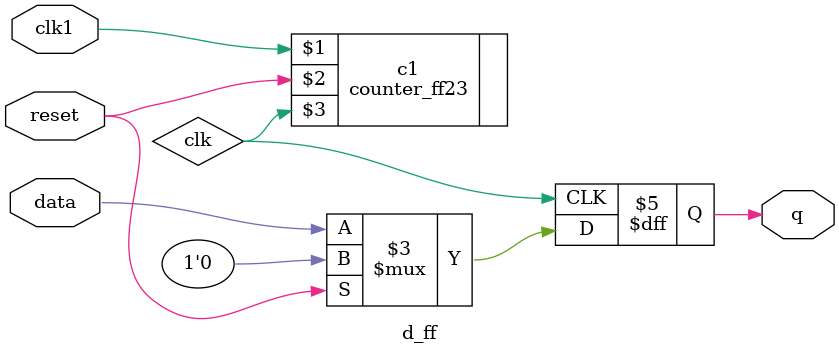
<source format=v>
module d_ff ( data ,clk1, reset ,q); 
input data, clk1, reset ; 
output q ;
reg q; 
wire clk;
counter_ff23 c1(clk1,reset, clk);
always @ ( posedge clk) 
if (reset) begin 
q<= 1'b0; 
end 
else begin 
q <= data;
 
end endmodule

</source>
